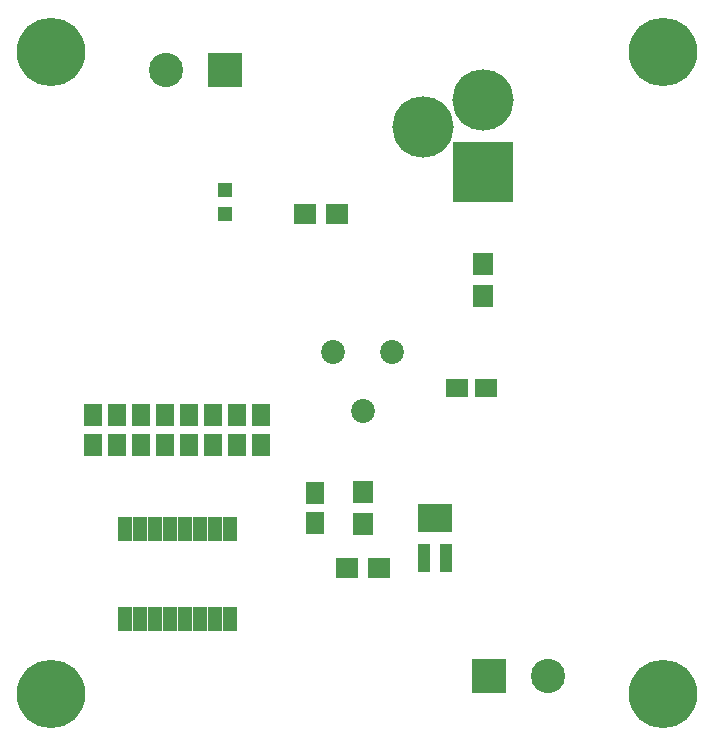
<source format=gbr>
G04 #@! TF.FileFunction,Soldermask,Top*
%FSLAX46Y46*%
G04 Gerber Fmt 4.6, Leading zero omitted, Abs format (unit mm)*
G04 Created by KiCad (PCBNEW 4.0.6) date 03/04/18 21:13:50*
%MOMM*%
%LPD*%
G01*
G04 APERTURE LIST*
%ADD10C,0.100000*%
%ADD11C,5.200000*%
%ADD12R,5.200000X5.200000*%
%ADD13C,5.800000*%
%ADD14R,1.900000X1.650000*%
%ADD15R,2.900000X2.900000*%
%ADD16C,2.900000*%
%ADD17R,1.900000X1.700000*%
%ADD18R,1.700000X1.900000*%
%ADD19R,1.050000X2.400000*%
%ADD20R,1.300000X1.200000*%
%ADD21C,2.020000*%
%ADD22R,1.650000X1.900000*%
%ADD23R,1.160000X2.000000*%
G04 APERTURE END LIST*
D10*
D11*
X170688000Y-74672000D03*
D12*
X170688000Y-80772000D03*
D11*
X165608000Y-76962000D03*
D13*
X134112000Y-70612000D03*
X134112000Y-124968000D03*
X185928000Y-124968000D03*
D14*
X170922000Y-99060000D03*
X168422000Y-99060000D03*
D15*
X148844000Y-72136000D03*
D16*
X143844000Y-72136000D03*
D15*
X171196000Y-123444000D03*
D16*
X176196000Y-123444000D03*
D17*
X155622000Y-84328000D03*
X158322000Y-84328000D03*
X161878000Y-114300000D03*
X159178000Y-114300000D03*
D18*
X160528000Y-107870000D03*
X160528000Y-110570000D03*
X170688000Y-91266000D03*
X170688000Y-88566000D03*
D19*
X167574000Y-110050000D03*
X166624000Y-110050000D03*
X165674000Y-110050000D03*
X165674000Y-113470000D03*
X167574000Y-113470000D03*
D13*
X185928000Y-70612000D03*
D20*
X148844000Y-84362000D03*
X148844000Y-82262000D03*
D21*
X162988000Y-96012000D03*
X160488000Y-101012000D03*
X157988000Y-96012000D03*
D22*
X156464000Y-107970000D03*
X156464000Y-110470000D03*
X137668000Y-101366000D03*
X137668000Y-103866000D03*
X139700000Y-101366000D03*
X139700000Y-103866000D03*
X141732000Y-101366000D03*
X141732000Y-103866000D03*
X143764000Y-101366000D03*
X143764000Y-103866000D03*
X145796000Y-101366000D03*
X145796000Y-103866000D03*
X147828000Y-101366000D03*
X147828000Y-103866000D03*
X149860000Y-101366000D03*
X149860000Y-103866000D03*
X151892000Y-101366000D03*
X151892000Y-103866000D03*
D23*
X140335000Y-118618000D03*
X149225000Y-110998000D03*
X141605000Y-118618000D03*
X147955000Y-110998000D03*
X142875000Y-118618000D03*
X146685000Y-110998000D03*
X144145000Y-118618000D03*
X145415000Y-110998000D03*
X145415000Y-118618000D03*
X144145000Y-110998000D03*
X146685000Y-118618000D03*
X142875000Y-110998000D03*
X147955000Y-118618000D03*
X141605000Y-110998000D03*
X149225000Y-118618000D03*
X140335000Y-110998000D03*
M02*

</source>
